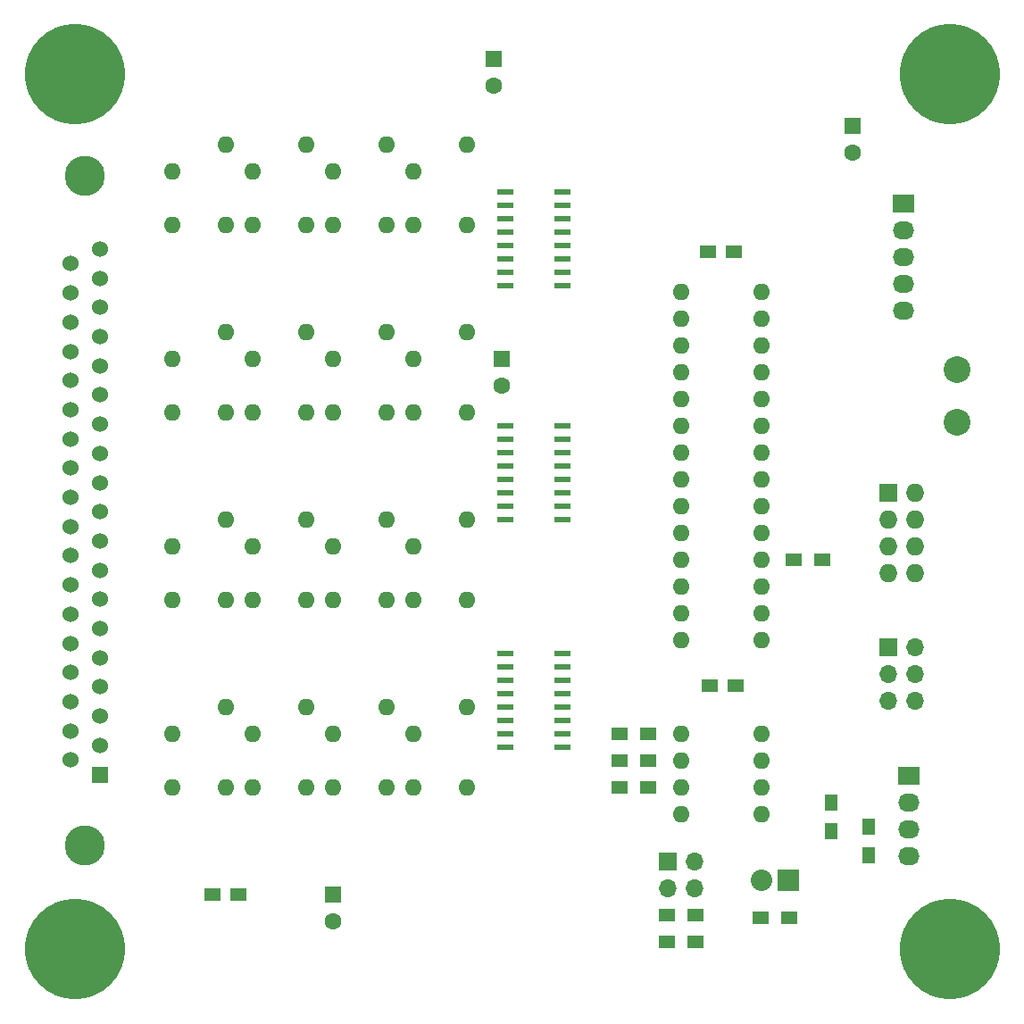
<source format=gbr>
G04 #@! TF.FileFunction,Soldermask,Top*
%FSLAX46Y46*%
G04 Gerber Fmt 4.6, Leading zero omitted, Abs format (unit mm)*
G04 Created by KiCad (PCBNEW 4.0.5) date 06/30/17 14:30:05*
%MOMM*%
%LPD*%
G01*
G04 APERTURE LIST*
%ADD10C,0.150000*%
%ADD11C,9.525000*%
%ADD12R,2.032000X2.032000*%
%ADD13O,2.032000X2.032000*%
%ADD14R,1.524000X1.524000*%
%ADD15C,1.524000*%
%ADD16C,3.810000*%
%ADD17O,1.600000X1.600000*%
%ADD18R,1.727200X1.727200*%
%ADD19O,1.727200X1.727200*%
%ADD20R,2.032000X1.727200*%
%ADD21O,2.032000X1.727200*%
%ADD22R,1.700000X1.700000*%
%ADD23O,1.700000X1.700000*%
%ADD24R,1.500000X1.300000*%
%ADD25R,1.500000X1.250000*%
%ADD26R,1.300000X1.500000*%
%ADD27R,1.500000X0.600000*%
%ADD28C,2.540000*%
%ADD29R,1.600000X1.600000*%
%ADD30C,1.600000*%
G04 APERTURE END LIST*
D10*
D11*
X91000000Y-71000000D03*
X174000000Y-71000000D03*
X91000000Y-154000000D03*
X174000000Y-154000000D03*
D12*
X158660000Y-147423000D03*
D13*
X156120000Y-147423000D03*
D14*
X93422400Y-137417400D03*
D15*
X93422400Y-134648800D03*
X93422400Y-131880200D03*
X93422400Y-129111600D03*
X93422400Y-126343000D03*
X93422400Y-123574400D03*
X93422400Y-120805800D03*
X93422400Y-118037200D03*
X93422400Y-115268600D03*
D16*
X92000000Y-144123000D03*
X92000000Y-80623000D03*
D15*
X93422400Y-112500000D03*
X93422400Y-109731400D03*
X93422400Y-106962800D03*
X93422400Y-104194200D03*
X93422400Y-101425600D03*
X93422400Y-98657000D03*
X93422400Y-95888400D03*
X93422400Y-93119800D03*
X93422400Y-90351200D03*
X93422400Y-87582600D03*
X90577600Y-136045800D03*
X90577600Y-133277200D03*
X90577600Y-130508600D03*
X90577600Y-127740000D03*
X90577600Y-124971400D03*
X90577600Y-122202800D03*
X90577600Y-119434200D03*
X90577600Y-116665600D03*
X90577600Y-113897000D03*
X90577600Y-111128400D03*
X90577600Y-108359800D03*
X90577600Y-105591200D03*
X90577600Y-102822600D03*
X90577600Y-100054000D03*
X90577600Y-97285400D03*
X90577600Y-94516800D03*
X90577600Y-91748200D03*
X90577600Y-88979600D03*
D17*
X148500000Y-91670000D03*
X148500000Y-94210000D03*
X148500000Y-96750000D03*
X148500000Y-99290000D03*
X148500000Y-101830000D03*
X148500000Y-104370000D03*
X148500000Y-106910000D03*
X148500000Y-109450000D03*
X148500000Y-111990000D03*
X148500000Y-114530000D03*
X148500000Y-117070000D03*
X148500000Y-119610000D03*
X148500000Y-122150000D03*
X148500000Y-124690000D03*
X156120000Y-124690000D03*
X156120000Y-122150000D03*
X156120000Y-119610000D03*
X156120000Y-117070000D03*
X156120000Y-114530000D03*
X156120000Y-111990000D03*
X156120000Y-109450000D03*
X156120000Y-106910000D03*
X156120000Y-104370000D03*
X156120000Y-101830000D03*
X156120000Y-99290000D03*
X156120000Y-96750000D03*
X156120000Y-94210000D03*
X156120000Y-91670000D03*
X148500000Y-133580000D03*
X148500000Y-136120000D03*
X148500000Y-138660000D03*
X148500000Y-141200000D03*
X156120000Y-141200000D03*
X156120000Y-138660000D03*
X156120000Y-136120000D03*
X156120000Y-133580000D03*
D18*
X168185000Y-110720000D03*
D19*
X170725000Y-110720000D03*
X168185000Y-113260000D03*
X170725000Y-113260000D03*
X168185000Y-115800000D03*
X170725000Y-115800000D03*
X168185000Y-118340000D03*
X170725000Y-118340000D03*
D20*
X169582000Y-83288000D03*
D21*
X169582000Y-85828000D03*
X169582000Y-88368000D03*
X169582000Y-90908000D03*
X169582000Y-93448000D03*
D20*
X170118000Y-137550000D03*
D21*
X170118000Y-140090000D03*
X170118000Y-142630000D03*
X170118000Y-145170000D03*
D22*
X168185000Y-125325000D03*
D23*
X170725000Y-125325000D03*
X168185000Y-127865000D03*
X170725000Y-127865000D03*
X168185000Y-130405000D03*
X170725000Y-130405000D03*
D22*
X147230000Y-145645000D03*
D23*
X149770000Y-145645000D03*
X147230000Y-148185000D03*
X149770000Y-148185000D03*
D24*
X145405000Y-133580000D03*
X142705000Y-133580000D03*
D25*
X153710000Y-128960000D03*
X151210000Y-128960000D03*
X153560000Y-87860000D03*
X151060000Y-87860000D03*
D24*
X145405000Y-138660000D03*
X142705000Y-138660000D03*
X145405000Y-136120000D03*
X142705000Y-136120000D03*
X159215000Y-117070000D03*
X161915000Y-117070000D03*
X156040000Y-150979000D03*
X158740000Y-150979000D03*
D26*
X162724000Y-140104000D03*
X162724000Y-142804000D03*
X166280000Y-142390000D03*
X166280000Y-145090000D03*
D27*
X137230000Y-91035000D03*
X137230000Y-89765000D03*
X137230000Y-88495000D03*
X137230000Y-87225000D03*
X137230000Y-85955000D03*
X137230000Y-84685000D03*
X137230000Y-83415000D03*
X137230000Y-82145000D03*
X131830000Y-82145000D03*
X131830000Y-83415000D03*
X131830000Y-84685000D03*
X131830000Y-85955000D03*
X131830000Y-87225000D03*
X131830000Y-88495000D03*
X131830000Y-89765000D03*
X131830000Y-91035000D03*
X137230000Y-113260000D03*
X137230000Y-111990000D03*
X137230000Y-110720000D03*
X137230000Y-109450000D03*
X137230000Y-108180000D03*
X137230000Y-106910000D03*
X137230000Y-105640000D03*
X137230000Y-104370000D03*
X131830000Y-104370000D03*
X131830000Y-105640000D03*
X131830000Y-106910000D03*
X131830000Y-108180000D03*
X131830000Y-109450000D03*
X131830000Y-110720000D03*
X131830000Y-111990000D03*
X131830000Y-113260000D03*
X137230000Y-134850000D03*
X137230000Y-133580000D03*
X137230000Y-132310000D03*
X137230000Y-131040000D03*
X137230000Y-129770000D03*
X137230000Y-128500000D03*
X137230000Y-127230000D03*
X137230000Y-125960000D03*
X131830000Y-125960000D03*
X131830000Y-127230000D03*
X131830000Y-128500000D03*
X131830000Y-129770000D03*
X131830000Y-131040000D03*
X131830000Y-132310000D03*
X131830000Y-133580000D03*
X131830000Y-134850000D03*
D28*
X174662000Y-99036000D03*
X174662000Y-104036000D03*
D24*
X147150000Y-153265000D03*
X149850000Y-153265000D03*
X147150000Y-150725000D03*
X149850000Y-150725000D03*
D25*
X106570000Y-148820000D03*
X104070000Y-148820000D03*
D29*
X115480000Y-148820000D03*
D30*
X115480000Y-151320000D03*
D29*
X131482000Y-98020000D03*
D30*
X131482000Y-100520000D03*
D29*
X130720000Y-69572000D03*
D30*
X130720000Y-72072000D03*
D29*
X164756000Y-75922000D03*
D30*
X164756000Y-78422000D03*
D17*
X128180000Y-138660000D03*
X123100000Y-133580000D03*
X123100000Y-138660000D03*
X128180000Y-131040000D03*
X120560000Y-138660000D03*
X115480000Y-133580000D03*
X115480000Y-138660000D03*
X120560000Y-131040000D03*
X112940000Y-138660000D03*
X107860000Y-133580000D03*
X107860000Y-138660000D03*
X112940000Y-131040000D03*
X105320000Y-138660000D03*
X100240000Y-133580000D03*
X100240000Y-138660000D03*
X105320000Y-131040000D03*
X128180000Y-120880000D03*
X123100000Y-115800000D03*
X123100000Y-120880000D03*
X128180000Y-113260000D03*
X120560000Y-120880000D03*
X115480000Y-115800000D03*
X115480000Y-120880000D03*
X120560000Y-113260000D03*
X112940000Y-120880000D03*
X107860000Y-115800000D03*
X107860000Y-120880000D03*
X112940000Y-113260000D03*
X105320000Y-120880000D03*
X100240000Y-115800000D03*
X100240000Y-120880000D03*
X105320000Y-113260000D03*
X128180000Y-103100000D03*
X123100000Y-98020000D03*
X123100000Y-103100000D03*
X128180000Y-95480000D03*
X120560000Y-103100000D03*
X115480000Y-98020000D03*
X115480000Y-103100000D03*
X120560000Y-95480000D03*
X112940000Y-103100000D03*
X107860000Y-98020000D03*
X107860000Y-103100000D03*
X112940000Y-95480000D03*
X105320000Y-103100000D03*
X100240000Y-98020000D03*
X100240000Y-103100000D03*
X105320000Y-95480000D03*
X128180000Y-85320000D03*
X123100000Y-80240000D03*
X123100000Y-85320000D03*
X128180000Y-77700000D03*
X120560000Y-85320000D03*
X115480000Y-80240000D03*
X115480000Y-85320000D03*
X120560000Y-77700000D03*
X112940000Y-85320000D03*
X107860000Y-80240000D03*
X107860000Y-85320000D03*
X112940000Y-77700000D03*
X105320000Y-85320000D03*
X100240000Y-80240000D03*
X100240000Y-85320000D03*
X105320000Y-77700000D03*
M02*

</source>
